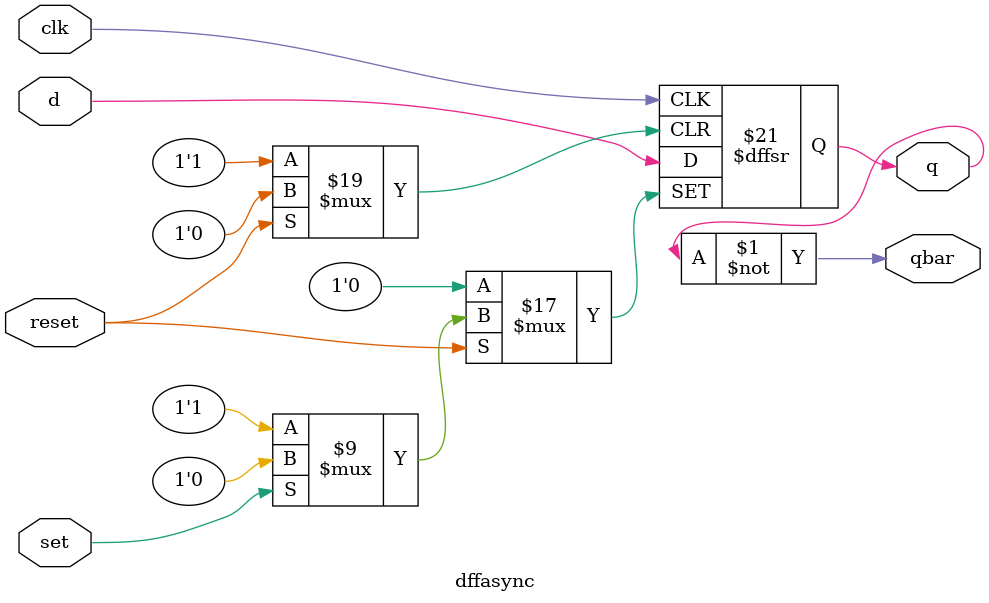
<source format=v>

module dffasync (q,qbar,d,set,reset,clk);
 input d,set,reset,clk;
 output reg q;
 output qbar;

 assign qbar = ~q;

 always @ (posedge clk or negedge set or negedge reset)
  begin
   if (reset==0) q<=0;		//Active Low Reset
   else if (set==0) q<=1;	//Active Low Set
   else q<=d;
  end

endmodule

</source>
